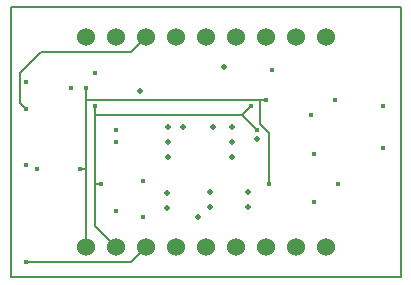
<source format=gbr>
%TF.GenerationSoftware,KiCad,Pcbnew,4.0.2-stable*%
%TF.CreationDate,2021-11-11T14:40:34-08:00*%
%TF.ProjectId,RS485,52533438352E6B696361645F70636200,rev?*%
%TF.FileFunction,Copper,L4,Bot,Signal*%
%FSLAX46Y46*%
G04 Gerber Fmt 4.6, Leading zero omitted, Abs format (unit mm)*
G04 Created by KiCad (PCBNEW 4.0.2-stable) date 11/11/2021 2:40:34 PM*
%MOMM*%
G01*
G04 APERTURE LIST*
%ADD10C,0.100000*%
%ADD11C,0.150000*%
%ADD12C,1.524000*%
%ADD13C,0.508000*%
%ADD14C,0.406400*%
%ADD15C,0.152400*%
G04 APERTURE END LIST*
D10*
D11*
X170180000Y-107950000D02*
X170180000Y-85090000D01*
X203200000Y-107950000D02*
X170180000Y-107950000D01*
X203200000Y-85090000D02*
X203200000Y-107950000D01*
X170180000Y-85090000D02*
X203200000Y-85090000D01*
D12*
X196850000Y-87630000D03*
X194310000Y-87630000D03*
X191770000Y-87630000D03*
X189230000Y-87630000D03*
X186690000Y-87630000D03*
X184150000Y-87630000D03*
X181610000Y-87630000D03*
X179070000Y-87630000D03*
X176530000Y-87630000D03*
X196850000Y-105410000D03*
X194310000Y-105410000D03*
X191770000Y-105410000D03*
X189230000Y-105410000D03*
X186690000Y-105410000D03*
X184150000Y-105410000D03*
X181610000Y-105410000D03*
X179070000Y-105410000D03*
X176530000Y-105410000D03*
D13*
X186055000Y-102806500D03*
D14*
X195834000Y-97536000D03*
X197866000Y-100076000D03*
D13*
X191008000Y-96266000D03*
X181102000Y-92202000D03*
D14*
X175260000Y-91948000D03*
X192278000Y-90424000D03*
X197612000Y-92964000D03*
X201676000Y-93472000D03*
X201676000Y-97028000D03*
X181356000Y-102870000D03*
X181356000Y-99822000D03*
X179070000Y-95504000D03*
X179070000Y-102362000D03*
X171450000Y-91440000D03*
X171450000Y-98425000D03*
X172402500Y-98742500D03*
D13*
X187071000Y-101981000D03*
X187071000Y-100711000D03*
X188277500Y-90170000D03*
D14*
X195834000Y-101600000D03*
D13*
X183388000Y-102108000D03*
X183388000Y-100838000D03*
D14*
X177292000Y-90678000D03*
X195580000Y-94234000D03*
X179070000Y-96520000D03*
D13*
X190246000Y-100711000D03*
X190246000Y-101981000D03*
X183515000Y-97790000D03*
X183515000Y-95250000D03*
X184785000Y-95250000D03*
X183515000Y-96520000D03*
X188912500Y-97790000D03*
X188912500Y-95250000D03*
X187325000Y-95250000D03*
X188912500Y-96520000D03*
D14*
X171450000Y-106680000D03*
X191008000Y-95504000D03*
X177800000Y-100076000D03*
X190500000Y-93472000D03*
X177292000Y-93472000D03*
X192024000Y-100076000D03*
X176022000Y-98806000D03*
X191770000Y-92964000D03*
X176530000Y-91948000D03*
X171450000Y-93726000D03*
D15*
X180340000Y-106680000D02*
X181610000Y-105410000D01*
X171704000Y-106680000D02*
X180340000Y-106680000D01*
X171450000Y-106680000D02*
X171704000Y-106680000D01*
X191008000Y-95504000D02*
X189738000Y-94234000D01*
X177800000Y-100076000D02*
X177292000Y-100076000D01*
X189738000Y-94234000D02*
X177292000Y-94234000D01*
X190500000Y-93472000D02*
X189738000Y-94234000D01*
X177292000Y-103632000D02*
X177292000Y-100076000D01*
X177292000Y-100076000D02*
X177292000Y-94234000D01*
X177292000Y-94234000D02*
X177292000Y-93980000D01*
X177292000Y-103632000D02*
X179070000Y-105410000D01*
X177292000Y-93472000D02*
X177292000Y-93980000D01*
X192024000Y-100076000D02*
X192024000Y-98806000D01*
X191262000Y-92964000D02*
X191262000Y-94996000D01*
X192024000Y-95758000D02*
X192024000Y-98806000D01*
X191262000Y-94996000D02*
X192024000Y-95758000D01*
X176530000Y-98806000D02*
X176022000Y-98806000D01*
X191770000Y-92964000D02*
X191262000Y-92964000D01*
X191262000Y-92964000D02*
X176530000Y-92964000D01*
X176530000Y-105410000D02*
X176530000Y-98806000D01*
X176530000Y-98806000D02*
X176530000Y-92964000D01*
X176530000Y-92964000D02*
X176530000Y-91948000D01*
X171450000Y-93726000D02*
X170942000Y-93218000D01*
X170942000Y-93218000D02*
X170942000Y-92964000D01*
X179070000Y-88900000D02*
X180340000Y-88900000D01*
X180340000Y-88900000D02*
X181610000Y-87630000D01*
X172720000Y-88900000D02*
X179070000Y-88900000D01*
X170942000Y-90678000D02*
X172720000Y-88900000D01*
X170942000Y-92964000D02*
X170942000Y-90678000D01*
M02*

</source>
